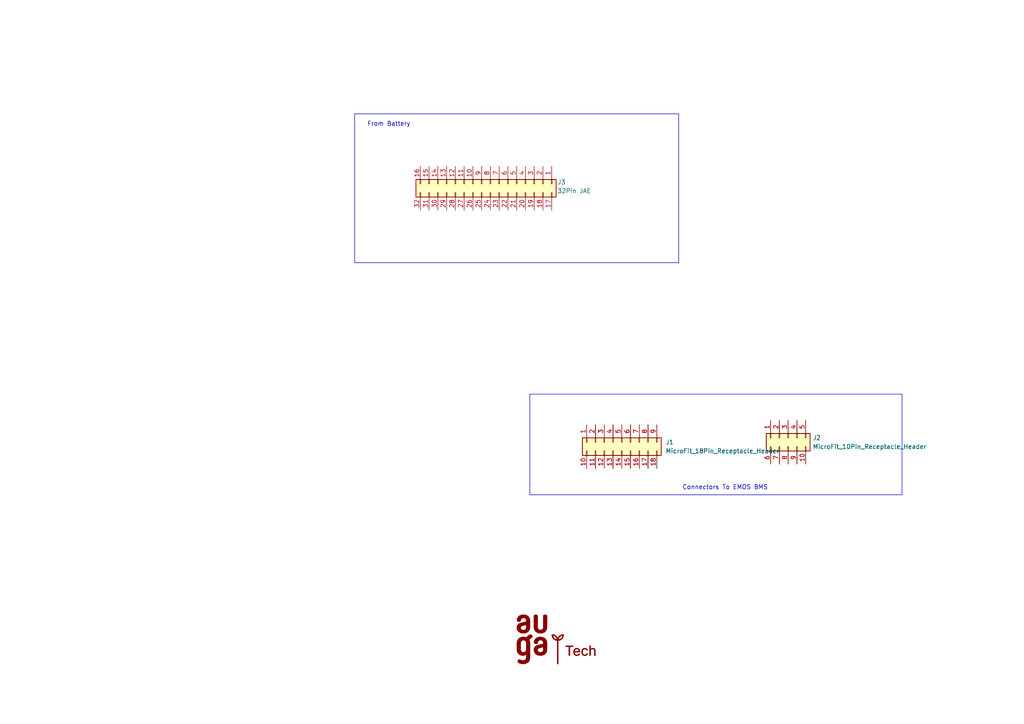
<source format=kicad_sch>
(kicad_sch (version 20231120) (generator "eeschema") (generator_version "8.0")
  (paper "A4")
  (lib_symbols
    (symbol "Connector_Generic:Conn_02x05_Top_Bottom" (pin_names (offset 1.016) hide)
      (property "Reference" "J" (at 1.27 7.62 0))
      (property "Value" "Conn_02x05_Top_Bottom" (at 1.27 -7.62 0))
      (symbol "Conn_02x05_Top_Bottom_1_1"
        (rectangle (start -1.27 -4.953) (end 0 -5.207) (stroke (width 0.1524)))
        (rectangle (start -1.27 -2.413) (end 0 -2.667) (stroke (width 0.1524)))
        (rectangle (start -1.27 0.127) (end 0 -0.127) (stroke (width 0.1524)))
        (rectangle (start -1.27 2.667) (end 0 2.413) (stroke (width 0.1524)))
        (rectangle (start -1.27 5.207) (end 0 4.953) (stroke (width 0.1524)))
        (rectangle (start -1.27 6.35) (end 3.81 -6.35) (stroke (width 0.254)) (fill (type background)))
        (rectangle (start 3.81 -4.953) (end 2.54 -5.207) (stroke (width 0.1524)))
        (rectangle (start 3.81 -2.413) (end 2.54 -2.667) (stroke (width 0.1524)))
        (rectangle (start 3.81 0.127) (end 2.54 -0.127) (stroke (width 0.1524)))
        (rectangle (start 3.81 2.667) (end 2.54 2.413) (stroke (width 0.1524)))
        (rectangle (start 3.81 5.207) (end 2.54 4.953) (stroke (width 0.1524)))
        (pin passive line (at -5.08 5.08 0) (length 3.81) (name "Pin_1") (number "1"))
        (pin passive line (at 7.62 -5.08 180) (length 3.81) (name "Pin_10") (number "10"))
        (pin passive line (at -5.08 2.54 0) (length 3.81) (name "Pin_2") (number "2"))
        (pin passive line (at -5.08 0 0) (length 3.81) (name "Pin_3") (number "3"))
        (pin passive line (at -5.08 -2.54 0) (length 3.81) (name "Pin_4") (number "4"))
        (pin passive line (at -5.08 -5.08 0) (length 3.81) (name "Pin_5") (number "5"))
        (pin passive line (at 7.62 5.08 180) (length 3.81) (name "Pin_6") (number "6"))
        (pin passive line (at 7.62 2.54 180) (length 3.81) (name "Pin_7") (number "7"))
        (pin passive line (at 7.62 0 180) (length 3.81) (name "Pin_8") (number "8"))
        (pin passive line (at 7.62 -2.54 180) (length 3.81) (name "Pin_9") (number "9"))
      )
    )
    (symbol "Connector_Generic:Conn_02x09_Top_Bottom" (pin_names (offset 1.016) hide)
      (property "Reference" "J" (at 1.27 12.7 0))
      (property "Value" "Conn_02x09_Top_Bottom" (at 1.27 -12.7 0))
      (symbol "Conn_02x09_Top_Bottom_1_1"
        (rectangle (start -1.27 -10.033) (end 0 -10.287) (stroke (width 0.1524)))
        (rectangle (start -1.27 -7.493) (end 0 -7.747) (stroke (width 0.1524)))
        (rectangle (start -1.27 -4.953) (end 0 -5.207) (stroke (width 0.1524)))
        (rectangle (start -1.27 -2.413) (end 0 -2.667) (stroke (width 0.1524)))
        (rectangle (start -1.27 0.127) (end 0 -0.127) (stroke (width 0.1524)))
        (rectangle (start -1.27 2.667) (end 0 2.413) (stroke (width 0.1524)))
        (rectangle (start -1.27 5.207) (end 0 4.953) (stroke (width 0.1524)))
        (rectangle (start -1.27 7.747) (end 0 7.493) (stroke (width 0.1524)))
        (rectangle (start -1.27 10.287) (end 0 10.033) (stroke (width 0.1524)))
        (rectangle (start -1.27 11.43) (end 3.81 -11.43) (stroke (width 0.254)) (fill (type background)))
        (rectangle (start 3.81 -10.033) (end 2.54 -10.287) (stroke (width 0.1524)))
        (rectangle (start 3.81 -7.493) (end 2.54 -7.747) (stroke (width 0.1524)))
        (rectangle (start 3.81 -4.953) (end 2.54 -5.207) (stroke (width 0.1524)))
        (rectangle (start 3.81 -2.413) (end 2.54 -2.667) (stroke (width 0.1524)))
        (rectangle (start 3.81 0.127) (end 2.54 -0.127) (stroke (width 0.1524)))
        (rectangle (start 3.81 2.667) (end 2.54 2.413) (stroke (width 0.1524)))
        (rectangle (start 3.81 5.207) (end 2.54 4.953) (stroke (width 0.1524)))
        (rectangle (start 3.81 7.747) (end 2.54 7.493) (stroke (width 0.1524)))
        (rectangle (start 3.81 10.287) (end 2.54 10.033) (stroke (width 0.1524)))
        (pin passive line (at -5.08 10.16 0) (length 3.81) (name "Pin_1") (number "1"))
        (pin passive line (at 7.62 10.16 180) (length 3.81) (name "Pin_10") (number "10"))
        (pin passive line (at 7.62 7.62 180) (length 3.81) (name "Pin_11") (number "11"))
        (pin passive line (at 7.62 5.08 180) (length 3.81) (name "Pin_12") (number "12"))
        (pin passive line (at 7.62 2.54 180) (length 3.81) (name "Pin_13") (number "13"))
        (pin passive line (at 7.62 0 180) (length 3.81) (name "Pin_14") (number "14"))
        (pin passive line (at 7.62 -2.54 180) (length 3.81) (name "Pin_15") (number "15"))
        (pin passive line (at 7.62 -5.08 180) (length 3.81) (name "Pin_16") (number "16"))
        (pin passive line (at 7.62 -7.62 180) (length 3.81) (name "Pin_17") (number "17"))
        (pin passive line (at 7.62 -10.16 180) (length 3.81) (name "Pin_18") (number "18"))
        (pin passive line (at -5.08 7.62 0) (length 3.81) (name "Pin_2") (number "2"))
        (pin passive line (at -5.08 5.08 0) (length 3.81) (name "Pin_3") (number "3"))
        (pin passive line (at -5.08 2.54 0) (length 3.81) (name "Pin_4") (number "4"))
        (pin passive line (at -5.08 0 0) (length 3.81) (name "Pin_5") (number "5"))
        (pin passive line (at -5.08 -2.54 0) (length 3.81) (name "Pin_6") (number "6"))
        (pin passive line (at -5.08 -5.08 0) (length 3.81) (name "Pin_7") (number "7"))
        (pin passive line (at -5.08 -7.62 0) (length 3.81) (name "Pin_8") (number "8"))
        (pin passive line (at -5.08 -10.16 0) (length 3.81) (name "Pin_9") (number "9"))
      )
    )
    (symbol "Connector_Generic:Conn_02x16_Top_Bottom" (pin_names (offset 1.016) hide)
      (property "Reference" "J" (at 1.27 20.32 0))
      (property "Value" "Conn_02x16_Top_Bottom" (at 1.27 -22.86 0))
      (symbol "Conn_02x16_Top_Bottom_1_1"
        (rectangle (start -1.27 -20.193) (end 0 -20.447) (stroke (width 0.1524)))
        (rectangle (start -1.27 -17.653) (end 0 -17.907) (stroke (width 0.1524)))
        (rectangle (start -1.27 -15.113) (end 0 -15.367) (stroke (width 0.1524)))
        (rectangle (start -1.27 -12.573) (end 0 -12.827) (stroke (width 0.1524)))
        (rectangle (start -1.27 -10.033) (end 0 -10.287) (stroke (width 0.1524)))
        (rectangle (start -1.27 -7.493) (end 0 -7.747) (stroke (width 0.1524)))
        (rectangle (start -1.27 -4.953) (end 0 -5.207) (stroke (width 0.1524)))
        (rectangle (start -1.27 -2.413) (end 0 -2.667) (stroke (width 0.1524)))
        (rectangle (start -1.27 0.127) (end 0 -0.127) (stroke (width 0.1524)))
        (rectangle (start -1.27 2.667) (end 0 2.413) (stroke (width 0.1524)))
        (rectangle (start -1.27 5.207) (end 0 4.953) (stroke (width 0.1524)))
        (rectangle (start -1.27 7.747) (end 0 7.493) (stroke (width 0.1524)))
        (rectangle (start -1.27 10.287) (end 0 10.033) (stroke (width 0.1524)))
        (rectangle (start -1.27 12.827) (end 0 12.573) (stroke (width 0.1524)))
        (rectangle (start -1.27 15.367) (end 0 15.113) (stroke (width 0.1524)))
        (rectangle (start -1.27 17.907) (end 0 17.653) (stroke (width 0.1524)))
        (rectangle (start -1.27 19.05) (end 3.81 -21.59) (stroke (width 0.254)) (fill (type background)))
        (rectangle (start 3.81 -20.193) (end 2.54 -20.447) (stroke (width 0.1524)))
        (rectangle (start 3.81 -17.653) (end 2.54 -17.907) (stroke (width 0.1524)))
        (rectangle (start 3.81 -15.113) (end 2.54 -15.367) (stroke (width 0.1524)))
        (rectangle (start 3.81 -12.573) (end 2.54 -12.827) (stroke (width 0.1524)))
        (rectangle (start 3.81 -10.033) (end 2.54 -10.287) (stroke (width 0.1524)))
        (rectangle (start 3.81 -7.493) (end 2.54 -7.747) (stroke (width 0.1524)))
        (rectangle (start 3.81 -4.953) (end 2.54 -5.207) (stroke (width 0.1524)))
        (rectangle (start 3.81 -2.413) (end 2.54 -2.667) (stroke (width 0.1524)))
        (rectangle (start 3.81 0.127) (end 2.54 -0.127) (stroke (width 0.1524)))
        (rectangle (start 3.81 2.667) (end 2.54 2.413) (stroke (width 0.1524)))
        (rectangle (start 3.81 5.207) (end 2.54 4.953) (stroke (width 0.1524)))
        (rectangle (start 3.81 7.747) (end 2.54 7.493) (stroke (width 0.1524)))
        (rectangle (start 3.81 10.287) (end 2.54 10.033) (stroke (width 0.1524)))
        (rectangle (start 3.81 12.827) (end 2.54 12.573) (stroke (width 0.1524)))
        (rectangle (start 3.81 15.367) (end 2.54 15.113) (stroke (width 0.1524)))
        (rectangle (start 3.81 17.907) (end 2.54 17.653) (stroke (width 0.1524)))
        (pin passive line (at -5.08 17.78 0) (length 3.81) (name "Pin_1") (number "1"))
        (pin passive line (at -5.08 -5.08 0) (length 3.81) (name "Pin_10") (number "10"))
        (pin passive line (at -5.08 -7.62 0) (length 3.81) (name "Pin_11") (number "11"))
        (pin passive line (at -5.08 -10.16 0) (length 3.81) (name "Pin_12") (number "12"))
        (pin passive line (at -5.08 -12.7 0) (length 3.81) (name "Pin_13") (number "13"))
        (pin passive line (at -5.08 -15.24 0) (length 3.81) (name "Pin_14") (number "14"))
        (pin passive line (at -5.08 -17.78 0) (length 3.81) (name "Pin_15") (number "15"))
        (pin passive line (at -5.08 -20.32 0) (length 3.81) (name "Pin_16") (number "16"))
        (pin passive line (at 7.62 17.78 180) (length 3.81) (name "Pin_17") (number "17"))
        (pin passive line (at 7.62 15.24 180) (length 3.81) (name "Pin_18") (number "18"))
        (pin passive line (at 7.62 12.7 180) (length 3.81) (name "Pin_19") (number "19"))
        (pin passive line (at -5.08 15.24 0) (length 3.81) (name "Pin_2") (number "2"))
        (pin passive line (at 7.62 10.16 180) (length 3.81) (name "Pin_20") (number "20"))
        (pin passive line (at 7.62 7.62 180) (length 3.81) (name "Pin_21") (number "21"))
        (pin passive line (at 7.62 5.08 180) (length 3.81) (name "Pin_22") (number "22"))
        (pin passive line (at 7.62 2.54 180) (length 3.81) (name "Pin_23") (number "23"))
        (pin passive line (at 7.62 0 180) (length 3.81) (name "Pin_24") (number "24"))
        (pin passive line (at 7.62 -2.54 180) (length 3.81) (name "Pin_25") (number "25"))
        (pin passive line (at 7.62 -5.08 180) (length 3.81) (name "Pin_26") (number "26"))
        (pin passive line (at 7.62 -7.62 180) (length 3.81) (name "Pin_27") (number "27"))
        (pin passive line (at 7.62 -10.16 180) (length 3.81) (name "Pin_28") (number "28"))
        (pin passive line (at 7.62 -12.7 180) (length 3.81) (name "Pin_29") (number "29"))
        (pin passive line (at -5.08 12.7 0) (length 3.81) (name "Pin_3") (number "3"))
        (pin passive line (at 7.62 -15.24 180) (length 3.81) (name "Pin_30") (number "30"))
        (pin passive line (at 7.62 -17.78 180) (length 3.81) (name "Pin_31") (number "31"))
        (pin passive line (at 7.62 -20.32 180) (length 3.81) (name "Pin_32") (number "32"))
        (pin passive line (at -5.08 10.16 0) (length 3.81) (name "Pin_4") (number "4"))
        (pin passive line (at -5.08 7.62 0) (length 3.81) (name "Pin_5") (number "5"))
        (pin passive line (at -5.08 5.08 0) (length 3.81) (name "Pin_6") (number "6"))
        (pin passive line (at -5.08 2.54 0) (length 3.81) (name "Pin_7") (number "7"))
        (pin passive line (at -5.08 0 0) (length 3.81) (name "Pin_8") (number "8"))
        (pin passive line (at -5.08 -2.54 0) (length 3.81) (name "Pin_9") (number "9"))
      )
    )
    (symbol "_user:AUGA-Tech-LOGO" (pin_names (offset 1.016))
      (symbol "AUGA-Tech-LOGO_0_0"
        (polyline (pts (xy 4.032 -3.45) (xy 4.0354 -2.1533) (xy 4.4923 -2.1498) (xy 4.9493 -2.1463) (xy 4.9493 -1.9931) (xy 4.9493 -1.84) (xy 3.8553 -1.84) (xy 2.7614 -1.84) (xy 2.7614 -1.9931) (xy 2.7614 -2.1463) (xy 3.2183 -2.1498) (xy 3.6753 -2.1533) (xy 3.6787 -3.45) (xy 3.6821 -4.7466) (xy 3.8553 -4.7466) (xy 4.0286 -4.7466) (xy 4.032 -3.45)) (stroke (width 0.01)) (fill (type outline)))
        (polyline (pts (xy 11.4193 -3.9663) (xy 11.4193 -3.959) (xy 11.4192 -3.7914) (xy 11.4189 -3.6481) (xy 11.4184 -3.527) (xy 11.4175 -3.4258) (xy 11.4162 -3.3424) (xy 11.4146 -3.2744) (xy 11.4124 -3.2197) (xy 11.4097 -3.176) (xy 11.4064 -3.1412) (xy 11.4025 -3.113) (xy 11.3979 -3.0892) (xy 11.371 -2.9943) (xy 11.3151 -2.8707) (xy 11.2402 -2.7649) (xy 11.1472 -2.6779) (xy 11.0371 -2.6107) (xy 10.9109 -2.5644) (xy 10.8442 -2.5507) (xy 10.7338 -2.5406) (xy 10.6174 -2.5426) (xy 10.5028 -2.556) (xy 10.3976 -2.5802) (xy 10.3097 -2.6145) (xy 10.3083 -2.6152) (xy 10.2473 -2.6552) (xy 10.1832 -2.7111) (xy 10.1242 -2.7748) (xy 10.0786 -2.8386) (xy 10.0601 -2.8682) (xy 10.0402 -2.8956) (xy 10.0286 -2.9064) (xy 10.0278 -2.9048) (xy 10.0257 -2.8833) (xy 10.0237 -2.839) (xy 10.022 -2.7747) (xy 10.0206 -2.6931) (xy 10.0195 -2.5971) (xy 10.0188 -2.4896) (xy 10.0186 -2.3733) (xy 10.0186 -1.84) (xy 9.8518 -1.84) (xy 9.6851 -1.84) (xy 9.6851 -3.2937) (xy 9.6851 -4.7474) (xy 9.8485 -4.7437) (xy 10.0119 -4.74) (xy 10.019 -4) (xy 10.0198 -3.9184) (xy 10.0219 -3.7451) (xy 10.0244 -3.5955) (xy 10.0271 -3.47) (xy 10.0301 -3.3692) (xy 10.0333 -3.2935) (xy 10.0368 -3.2434) (xy 10.0405 -3.2196) (xy 10.0518 -3.1904) (xy 10.1101 -3.0803) (xy 10.1858 -2.9899) (xy 10.2774 -2.9202) (xy 10.3836 -2.872) (xy 10.503 -2.8462) (xy 10.6342 -2.8436) (xy 10.7328 -2.8588) (xy 10.8363 -2.8969) (xy 10.9246 -2.9557) (xy 10.9959 -3.034) (xy 11.0484 -3.1306) (xy 11.0487 -3.1314) (xy 11.0552 -3.1479) (xy 11.0607 -3.1642) (xy 11.0653 -3.1826) (xy 11.0692 -3.2053) (xy 11.0724 -3.2346) (xy 11.075 -3.2727) (xy 11.0772 -3.3218) (xy 11.0789 -3.3842) (xy 11.0805 -3.4621) (xy 11.0818 -3.5577) (xy 11.0831 -3.6733) (xy 11.0844 -3.8111) (xy 11.0858 -3.9733) (xy 11.0925 -4.74) (xy 11.2559 -4.7437) (xy 11.4193 -4.7474) (xy 11.4193 -3.9663)) (stroke (width 0.01)) (fill (type outline)))
        (polyline (pts (xy 8.371 -4.7816) (xy 8.4327 -4.7796) (xy 8.4978 -4.7754) (xy 8.5502 -4.7684) (xy 8.5979 -4.7576) (xy 8.6489 -4.7417) (xy 8.6603 -4.7377) (xy 8.7906 -4.6788) (xy 8.9069 -4.6012) (xy 9.0068 -4.5075) (xy 9.0878 -4.4003) (xy 9.1476 -4.2823) (xy 9.1837 -4.1562) (xy 9.1928 -4.1058) (xy 9.0239 -4.1095) (xy 8.855 -4.1133) (xy 8.8286 -4.1839) (xy 8.8215 -4.201) (xy 8.7807 -4.2684) (xy 8.7235 -4.3345) (xy 8.6571 -4.3918) (xy 8.5886 -4.433) (xy 8.5768 -4.4382) (xy 8.4609 -4.474) (xy 8.3398 -4.4861) (xy 8.2185 -4.475) (xy 8.102 -4.4411) (xy 7.9956 -4.3847) (xy 7.9709 -4.3667) (xy 7.8895 -4.2887) (xy 7.818 -4.19) (xy 7.7589 -4.0746) (xy 7.7148 -3.9466) (xy 7.7036 -3.889) (xy 7.695 -3.8069) (xy 7.6906 -3.7131) (xy 7.6903 -3.6153) (xy 7.6941 -3.5209) (xy 7.7021 -3.4377) (xy 7.7142 -3.3733) (xy 7.7525 -3.2597) (xy 7.8146 -3.1376) (xy 7.8924 -3.0343) (xy 7.9845 -2.9513) (xy 8.0895 -2.8899) (xy 8.2061 -2.8516) (xy 8.23 -2.8473) (xy 8.3167 -2.8408) (xy 8.409 -2.8454) (xy 8.4967 -2.8602) (xy 8.5695 -2.8841) (xy 8.5973 -2.8981) (xy 8.6857 -2.9595) (xy 8.7623 -3.0386) (xy 8.8199 -3.1285) (xy 8.8616 -3.2133) (xy 9.0276 -3.2133) (xy 9.1936 -3.2133) (xy 9.1844 -3.17) (xy 9.1797 -3.1503) (xy 9.1665 -3.1043) (xy 9.1506 -3.0555) (xy 9.1277 -2.9977) (xy 9.0612 -2.8819) (xy 8.9732 -2.7799) (xy 8.8654 -2.6931) (xy 8.7395 -2.6233) (xy 8.5972 -2.5717) (xy 8.5357 -2.5576) (xy 8.4186 -2.5433) (xy 8.2941 -2.5408) (xy 8.1727 -2.5503) (xy 8.0647 -2.5717) (xy 8.0423 -2.5782) (xy 7.8976 -2.6349) (xy 7.7692 -2.7123) (xy 7.6567 -2.8108) (xy 7.5594 -2.931) (xy 7.4769 -3.0733) (xy 7.4378 -3.1589) (xy 7.4056 -3.2463) (xy 7.3828 -3.3344) (xy 7.3681 -3.4295) (xy 7.3602 -3.5381) (xy 7.3579 -3.6666) (xy 7.3593 -3.7703) (xy 7.3658 -3.8819) (xy 7.3788 -3.9788) (xy 7.3995 -4.0672) (xy 7.429 -4.1538) (xy 7.4687 -4.245) (xy 7.5084 -4.321) (xy 7.5975 -4.4512) (xy 7.7033 -4.5622) (xy 7.8241 -4.6525) (xy 7.9583 -4.7208) (xy 8.1042 -4.7658) (xy 8.1753 -4.7768) (xy 8.2626 -4.782) (xy 8.371 -4.7816)) (stroke (width 0.01)) (fill (type outline)))
        (polyline (pts (xy 6.0974 -4.7801) (xy 6.1882 -4.7749) (xy 6.2684 -4.7663) (xy 6.33 -4.7545) (xy 6.4664 -4.7064) (xy 6.5917 -4.6391) (xy 6.7014 -4.5552) (xy 6.7924 -4.4573) (xy 6.8615 -4.3476) (xy 6.8694 -4.3313) (xy 6.8887 -4.2874) (xy 6.8998 -4.2547) (xy 6.9006 -4.2396) (xy 6.8913 -4.2352) (xy 6.8602 -4.2246) (xy 6.8134 -4.2105) (xy 6.7569 -4.1947) (xy 6.7172 -4.184) (xy 6.6642 -4.1696) (xy 6.6239 -4.1586) (xy 6.6028 -4.1527) (xy 6.5972 -4.1521) (xy 6.577 -4.166) (xy 6.5537 -4.2051) (xy 6.535 -4.2399) (xy 6.4687 -4.3273) (xy 6.3842 -4.3958) (xy 6.2823 -4.445) (xy 6.1639 -4.4743) (xy 6.0298 -4.4833) (xy 5.9063 -4.4741) (xy 5.7869 -4.4453) (xy 5.6799 -4.3961) (xy 5.6726 -4.3917) (xy 5.6074 -4.3417) (xy 5.5423 -4.2757) (xy 5.4847 -4.202) (xy 5.442 -4.1289) (xy 5.4337 -4.1103) (xy 5.4069 -4.037) (xy 5.3844 -3.9568) (xy 5.369 -3.88) (xy 5.363 -3.8166) (xy 5.3628 -3.7733) (xy 6.1516 -3.7733) (xy 6.9404 -3.7733) (xy 6.9334 -3.5566) (xy 6.9305 -3.4854) (xy 6.9217 -3.3724) (xy 6.9073 -3.2757) (xy 6.8859 -3.1885) (xy 6.856 -3.1042) (xy 6.8161 -3.0162) (xy 6.7773 -2.9462) (xy 6.691 -2.8314) (xy 6.5868 -2.7336) (xy 6.467 -2.6541) (xy 6.3344 -2.5943) (xy 6.1915 -2.5554) (xy 6.0409 -2.5387) (xy 5.8852 -2.5456) (xy 5.8552 -2.5496) (xy 5.7091 -2.5813) (xy 5.5786 -2.6323) (xy 5.4597 -2.7045) (xy 5.3482 -2.7999) (xy 5.3349 -2.8133) (xy 5.2341 -2.9335) (xy 5.1537 -3.0677) (xy 5.0927 -3.2181) (xy 5.0501 -3.3868) (xy 5.0413 -3.4455) (xy 5.0384 -3.48) (xy 5.3628 -3.48) (xy 5.3628 -3.4494) (xy 5.3645 -3.4306) (xy 5.3717 -3.3898) (xy 5.3827 -3.3427) (xy 5.4054 -3.2707) (xy 5.4616 -3.1539) (xy 5.536 -3.0515) (xy 5.6261 -2.9664) (xy 5.7294 -2.9012) (xy 5.8431 -2.8588) (xy 5.931 -2.8445) (xy 6.0372 -2.8429) (xy 6.1425 -2.8554) (xy 6.2358 -2.8814) (xy 6.2539 -2.8891) (xy 6.3323 -2.9355) (xy 6.4082 -2.9993) (xy 6.4743 -3.0735) (xy 6.5233 -3.1513) (xy 6.54 -3.1895) (xy 6.5635 -3.2569) (xy 6.5836 -3.3293) (xy 6.5977 -3.3968) (xy 6.6032 -3.45) (xy 6.6035 -3.48) (xy 5.9831 -3.48) (xy 5.3628 -3.48) (xy 5.0384 -3.48) (xy 5.033 -3.5458) (xy 5.0297 -3.6567) (xy 5.0316 -3.7691) (xy 5.0385 -3.8739) (xy 5.0504 -3.9618) (xy 5.0651 -4.0292) (xy 5.1165 -4.1894) (xy 5.1876 -4.3332) (xy 5.2774 -4.4594) (xy 5.3848 -4.567) (xy 5.5089 -4.655) (xy 5.6487 -4.7221) (xy 5.803 -4.7674) (xy 5.84 -4.7734) (xy 5.9153 -4.7796) (xy 6.0038 -4.7817) (xy 6.0974 -4.7801)) (stroke (width 0.01)) (fill (type outline)))
        (polyline (pts (xy 0.6403 -3.7945) (xy 0.6403 -0.4025) (xy 0.7104 -0.394) (xy 0.8331 -0.3768) (xy 0.969 -0.3503) (xy 1.0913 -0.3163) (xy 1.2073 -0.2727) (xy 1.3241 -0.2175) (xy 1.4749 -0.1293) (xy 1.6361 -0.0079) (xy 1.7781 0.1312) (xy 1.9003 0.2865) (xy 2.0019 0.457) (xy 2.0821 0.6413) (xy 2.1404 0.8382) (xy 2.1758 1.0465) (xy 2.1878 1.2649) (xy 2.1878 1.4037) (xy 1.9644 1.3958) (xy 1.9197 1.3941) (xy 1.8103 1.3874) (xy 1.7172 1.3773) (xy 1.6328 1.3624) (xy 1.5493 1.3414) (xy 1.4592 1.3133) (xy 1.3689 1.2795) (xy 1.1947 1.1938) (xy 1.031 1.0857) (xy 0.8805 0.9577) (xy 0.7457 0.8119) (xy 0.6292 0.6508) (xy 0.5336 0.4766) (xy 0.5209 0.4491) (xy 0.5 0.4017) (xy 0.4856 0.3659) (xy 0.4802 0.3481) (xy 0.4801 0.3432) (xy 0.4744 0.3316) (xy 0.4618 0.3425) (xy 0.4439 0.3739) (xy 0.4224 0.4236) (xy 0.3725 0.5344) (xy 0.2791 0.6919) (xy 0.1646 0.8403) (xy 0.032 0.9767) (xy -0.1156 1.0978) (xy -0.275 1.2007) (xy -0.4431 1.2821) (xy -0.5861 1.3327) (xy -0.7429 1.3706) (xy -0.9095 1.3925) (xy -1.0925 1.3998) (xy -1.2578 1.4) (xy -1.2503 1.1967) (xy -1.2449 1.0925) (xy -1.238 1.0239) (xy -0.8978 1.0239) (xy -0.8954 1.0428) (xy -0.8941 1.0436) (xy -0.8737 1.0446) (xy -0.8357 1.0404) (xy -0.787 1.0319) (xy -0.7236 1.017) (xy -0.562 0.9608) (xy -0.4095 0.882) (xy -0.2686 0.7829) (xy -0.1417 0.6659) (xy -0.0311 0.5333) (xy 0.0607 0.3877) (xy 0.1314 0.2314) (xy 0.1784 0.0668) (xy 0.1804 0.057) (xy 0.1882 0.0098) (xy 0.1914 -0.0238) (xy 0.7381 -0.0238) (xy 0.7432 0.0124) (xy 0.7542 0.0633) (xy 0.7697 0.123) (xy 0.788 0.1856) (xy 0.8078 0.2453) (xy 0.8274 0.2964) (xy 0.8851 0.4123) (xy 0.9802 0.5549) (xy 1.095 0.6856) (xy 1.2258 0.801) (xy 1.3689 0.8975) (xy 1.5208 0.9715) (xy 1.5405 0.979) (xy 1.5963 0.9977) (xy 1.6571 1.0153) (xy 1.7167 1.0305) (xy 1.7692 1.0417) (xy 1.8084 1.0474) (xy 1.8284 1.0462) (xy 1.8295 1.0453) (xy 1.8333 1.0252) (xy 1.8287 0.9858) (xy 1.8173 0.932) (xy 1.8001 0.8687) (xy 1.7786 0.801) (xy 1.7541 0.7337) (xy 1.728 0.6718) (xy 1.7168 0.6482) (xy 1.6297 0.4987) (xy 1.5219 0.3618) (xy 1.3967 0.2403) (xy 1.257 0.1368) (xy 1.1061 0.054) (xy 0.9472 -0.0052) (xy 0.9174 -0.0135) (xy 0.8501 -0.03) (xy 0.7951 -0.0401) (xy 0.7568 -0.0432) (xy 0.7395 -0.0386) (xy 0.7381 -0.0238) (xy 0.1914 -0.0238) (xy 0.1915 -0.0253) (xy 0.1895 -0.0415) (xy 0.1887 -0.0421) (xy 0.1677 -0.0438) (xy 0.1278 -0.0384) (xy 0.075 -0.0275) (xy 0.0152 -0.0122) (xy -0.0457 0.006) (xy -0.1018 0.0257) (xy -0.237 0.087) (xy -0.392 0.1827) (xy -0.5299 0.2982) (xy -0.6493 0.4324) (xy -0.7492 0.5839) (xy -0.8281 0.7517) (xy -0.8301 0.7567) (xy -0.8497 0.8135) (xy -0.8677 0.8746) (xy -0.8826 0.9339) (xy -0.8931 0.9856) (xy -0.8978 1.0239) (xy -1.238 1.0239) (xy -1.2307 0.9506) (xy -1.2078 0.8234) (xy -1.1745 0.704) (xy -1.1291 0.5856) (xy -1.0699 0.4612) (xy -1.0557 0.4342) (xy -0.9492 0.2641) (xy -0.822 0.1094) (xy -0.6762 -0.028) (xy -0.514 -0.1465) (xy -0.3375 -0.2441) (xy -0.1488 -0.3191) (xy -0.0702 -0.3424) (xy 0.014 -0.3619) (xy 0.1093 -0.3786) (xy 0.2234 -0.394) (xy 0.2935 -0.4025) (xy 0.2935 -3.7945) (xy 0.2935 -7.1866) (xy 0.4669 -7.1866) (xy 0.6403 -7.1866) (xy 0.6403 -3.7945)) (stroke (width 0.01)) (fill (type outline)))
        (polyline (pts (xy -4.3892 1.7118) (xy -4.2761 1.7206) (xy -4.0921 1.7489) (xy -3.87 1.8042) (xy -3.6628 1.8803) (xy -3.4713 1.9764) (xy -3.2966 2.0918) (xy -3.1393 2.2258) (xy -3.0004 2.3775) (xy -2.8808 2.5462) (xy -2.7813 2.7312) (xy -2.7028 2.9317) (xy -2.6461 3.147) (xy -2.6456 3.1497) (xy -2.6423 3.1679) (xy -2.6393 3.1888) (xy -2.6367 3.2139) (xy -2.6343 3.2446) (xy -2.6322 3.2822) (xy -2.6303 3.3283) (xy -2.6286 3.3841) (xy -2.6271 3.4511) (xy -2.6258 3.5308) (xy -2.6247 3.6244) (xy -2.6236 3.7335) (xy -2.6227 3.8594) (xy -2.6219 4.0035) (xy -2.6211 4.1672) (xy -2.6204 4.352) (xy -2.6198 4.5593) (xy -2.6191 4.7904) (xy -2.6184 5.0467) (xy -2.6184 5.0587) (xy -2.6177 5.3174) (xy -2.617 5.5508) (xy -2.6164 5.7603) (xy -2.6161 5.9473) (xy -2.6159 6.1131) (xy -2.6161 6.259) (xy -2.6166 6.3865) (xy -2.6176 6.4968) (xy -2.619 6.5913) (xy -2.6211 6.6714) (xy -2.6237 6.7383) (xy -2.6271 6.7936) (xy -2.6313 6.8384) (xy -2.6362 6.8743) (xy -2.6421 6.9024) (xy -2.649 6.9243) (xy -2.6569 6.9411) (xy -2.6659 6.9543) (xy -2.676 6.9653) (xy -2.6874 6.9753) (xy -2.7001 6.9858) (xy -2.7141 6.9981) (xy -2.7544 7.0319) (xy -2.8385 7.084) (xy -2.9345 7.1197) (xy -3.0461 7.1402) (xy -3.1772 7.1467) (xy -3.2295 7.1455) (xy -3.3598 7.1304) (xy -3.4746 7.0988) (xy -3.5719 7.0516) (xy -3.6499 6.9896) (xy -3.7065 6.9137) (xy -3.7066 6.9136) (xy -3.7098 6.9061) (xy -3.7126 6.895) (xy -3.7153 6.879) (xy -3.7176 6.8566) (xy -3.7197 6.8265) (xy -3.7216 6.7874) (xy -3.7233 6.7379) (xy -3.7249 6.6767) (xy -3.7262 6.6024) (xy -3.7275 6.5136) (xy -3.7287 6.409) (xy -3.7297 6.2872) (xy -3.7307 6.1469) (xy -3.7317 5.9868) (xy -3.7326 5.8053) (xy -3.7336 5.6013) (xy -3.7346 5.3733) (xy -3.7356 5.12) (xy -3.7365 4.8933) (xy -3.7373 4.6592) (xy -3.7381 4.4491) (xy -3.7389 4.2615) (xy -3.7399 4.0949) (xy -3.7409 3.9481) (xy -3.7422 3.8194) (xy -3.7439 3.7074) (xy -3.7459 3.6108) (xy -3.7484 3.5281) (xy -3.7515 3.4579) (xy -3.7552 3.3986) (xy -3.7596 3.3489) (xy -3.7648 3.3074) (xy -3.7708 3.2725) (xy -3.7778 3.2429) (xy -3.7858 3.2171) (xy -3.7949 3.1937) (xy -3.8052 3.1712) (xy -3.8167 3.1482) (xy -3.8295 3.1233) (xy -3.8437 3.0949) (xy -3.8804 3.0287) (xy -3.9626 2.921) (xy -4.0621 2.8317) (xy -4.1764 2.762) (xy -4.303 2.7135) (xy -4.4393 2.6876) (xy -4.5828 2.6855) (xy -4.594 2.6863) (xy -4.7375 2.7088) (xy -4.8655 2.7522) (xy -4.9799 2.8174) (xy -5.0827 2.9052) (xy -5.1024 2.9259) (xy -5.1787 3.022) (xy -5.2382 3.1288) (xy -5.2849 3.2535) (xy -5.3156 3.3534) (xy -5.3225 5.1067) (xy -5.3235 5.337) (xy -5.3244 5.5662) (xy -5.3253 5.7713) (xy -5.3262 5.9538) (xy -5.3271 6.115) (xy -5.3281 6.2564) (xy -5.3291 6.3792) (xy -5.3301 6.4848) (xy -5.3313 6.5747) (xy -5.3326 6.6502) (xy -5.3341 6.7127) (xy -5.3357 6.7635) (xy -5.3376 6.8042) (xy -5.3396 6.8359) (xy -5.3419 6.8601) (xy -5.3445 6.8783) (xy -5.3474 6.8917) (xy -5.3506 6.9017) (xy -5.3542 6.9097) (xy -5.3982 6.9748) (xy -5.4692 7.0378) (xy -5.5607 7.0891) (xy -5.6705 7.127) (xy -5.6755 7.1283) (xy -5.748 7.1402) (xy -5.835 7.1457) (xy -5.9283 7.1449) (xy -6.0197 7.1382) (xy -6.1012 7.126) (xy -6.1647 7.1085) (xy -6.1749 7.1045) (xy -6.2748 7.0552) (xy -6.3507 6.9968) (xy -6.4042 6.9283) (xy -6.4436 6.86) (xy -6.4396 5.0467) (xy -6.4396 5.0326) (xy -6.439 4.7777) (xy -6.4385 4.5479) (xy -6.438 4.342) (xy -6.4374 4.1584) (xy -6.4369 3.9957) (xy -6.4362 3.8526) (xy -6.4355 3.7276) (xy -6.4346 3.6194) (xy -6.4336 3.5265) (xy -6.4325 3.4474) (xy -6.4312 3.3809) (xy -6.4296 3.3255) (xy -6.4279 3.2798) (xy -6.4259 3.2423) (xy -6.4236 3.2117) (xy -6.421 3.1865) (xy -6.418 3.1654) (xy -6.4148 3.1469) (xy -6.4111 3.1297) (xy -6.4071 3.1123) (xy -6.3929 3.0547) (xy -6.3583 2.9334) (xy -6.3183 2.8219) (xy -6.2689 2.7082) (xy -6.2177 2.608) (xy -6.1077 2.4372) (xy -5.9771 2.2816) (xy -5.8274 2.1425) (xy -5.66 2.0207) (xy -5.4764 1.9172) (xy -5.2779 1.8331) (xy -5.0662 1.7693) (xy -4.8426 1.7269) (xy -4.772 1.719) (xy -4.6484 1.7111) (xy -4.5171 1.7087) (xy -4.3892 1.7118)) (stroke (width 0.01)) (fill (type outline)))
        (polyline (pts (xy -4.494 -4.7389) (xy -4.3573 -4.7327) (xy -4.2266 -4.7216) (xy -4.1113 -4.7059) (xy -4.002 -4.6833) (xy -3.8809 -4.6512) (xy -3.7597 -4.6128) (xy -3.6474 -4.5711) (xy -3.5528 -4.5288) (xy -3.4903 -4.4959) (xy -3.3111 -4.3834) (xy -3.1521 -4.2538) (xy -3.0131 -4.1069) (xy -2.894 -3.9423) (xy -2.7944 -3.7599) (xy -2.7142 -3.5592) (xy -2.6531 -3.34) (xy -2.649 -3.3217) (xy -2.6442 -3.2986) (xy -2.64 -3.275) (xy -2.6364 -3.2491) (xy -2.6332 -3.2189) (xy -2.6306 -3.1827) (xy -2.6283 -3.1385) (xy -2.6265 -3.0844) (xy -2.6249 -3.0187) (xy -2.6236 -2.9394) (xy -2.6225 -2.8446) (xy -2.6215 -2.7326) (xy -2.6207 -2.6013) (xy -2.6199 -2.449) (xy -2.6191 -2.2738) (xy -2.6182 -2.0738) (xy -2.6179 -1.9955) (xy -2.6171 -1.7911) (xy -2.6166 -1.6107) (xy -2.6165 -1.4524) (xy -2.6168 -1.3144) (xy -2.6177 -1.1947) (xy -2.6193 -1.0913) (xy -2.6215 -1.0025) (xy -2.6246 -0.9261) (xy -2.6286 -0.8604) (xy -2.6336 -0.8034) (xy -2.6396 -0.7532) (xy -2.6468 -0.7078) (xy -2.6553 -0.6654) (xy -2.6652 -0.6239) (xy -2.6765 -0.5816) (xy -2.6893 -0.5364) (xy -2.7137 -0.4603) (xy -2.781 -0.2982) (xy -2.8667 -0.138) (xy -2.9666 0.0125) (xy -3.0762 0.1457) (xy -3.0981 0.1686) (xy -3.2067 0.2663) (xy -3.3346 0.3603) (xy -3.4761 0.4471) (xy -3.6251 0.5229) (xy -3.7757 0.5839) (xy -3.8305 0.6021) (xy -4.0162 0.6496) (xy -4.2163 0.6819) (xy -4.4247 0.6988) (xy -4.6353 0.6999) (xy -4.8423 0.6848) (xy -5.0396 0.6533) (xy -5.1915 0.6157) (xy -5.3979 0.5444) (xy -5.5899 0.4533) (xy -5.7661 0.3437) (xy -5.925 0.2165) (xy -6.0652 0.073) (xy -6.1851 -0.0859) (xy -6.2833 -0.2591) (xy -6.3345 -0.3779) (xy -6.3785 -0.5109) (xy -6.4088 -0.6423) (xy -6.4251 -0.768) (xy -6.4268 -0.8842) (xy -6.4134 -0.9869) (xy -6.3845 -1.0722) (xy -6.3718 -1.0961) (xy -6.311 -1.1766) (xy -6.2293 -1.2418) (xy -6.1262 -1.2923) (xy -6.0009 -1.3284) (xy -5.9106 -1.3414) (xy -5.7951 -1.3414) (xy -5.6821 -1.3245) (xy -5.5762 -1.2922) (xy -5.4817 -1.2459) (xy -5.4031 -1.1869) (xy -5.345 -1.1169) (xy -5.3273 -1.0851) (xy -5.3124 -1.0458) (xy -5.3021 -0.9971) (xy -5.2941 -0.9304) (xy -5.2858 -0.8634) (xy -5.2608 -0.7476) (xy -5.2225 -0.6486) (xy -5.1694 -0.5614) (xy -5.1192 -0.5017) (xy -5.0233 -0.4192) (xy -4.9118 -0.3538) (xy -4.7883 -0.3063) (xy -4.6563 -0.2773) (xy -4.5192 -0.2674) (xy -4.3807 -0.2774) (xy -4.2443 -0.3079) (xy -4.1135 -0.3596) (xy -4.0778 -0.3785) (xy -3.9761 -0.4501) (xy -3.8935 -0.5389) (xy -3.8297 -0.6455) (xy -3.7845 -0.7704) (xy -3.7576 -0.9142) (xy -3.7486 -1.0774) (xy -3.7491 -1.1384) (xy -3.7514 -1.1862) (xy -3.7564 -1.2193) (xy -3.7651 -1.2442) (xy -3.7787 -1.2671) (xy -3.7913 -1.2826) (xy -3.8291 -1.3159) (xy -3.8728 -1.3434) (xy -3.9012 -1.3541) (xy -3.9551 -1.3701) (xy -4.0324 -1.3908) (xy -4.1315 -1.4159) (xy -4.2512 -1.4448) (xy -4.39 -1.4774) (xy -4.5465 -1.5132) (xy -4.6276 -1.5315) (xy -4.7816 -1.5664) (xy -4.913 -1.5964) (xy -5.0241 -1.622) (xy -5.1173 -1.6438) (xy -5.1949 -1.6624) (xy -5.2592 -1.6784) (xy -5.3126 -1.6924) (xy -5.3573 -1.705) (xy -5.3958 -1.7168) (xy -5.4303 -1.7282) (xy -5.4632 -1.7401) (xy -5.4968 -1.7528) (xy -5.5306 -1.7662) (xy -5.7239 -1.8554) (xy -5.8943 -1.9579) (xy -6.0417 -2.0735) (xy -6.1659 -2.2022) (xy -6.2669 -2.3438) (xy -6.3447 -2.4983) (xy -6.3487 -2.5083) (xy -6.3812 -2.5978) (xy -6.4053 -2.6865) (xy -6.4222 -2.7812) (xy -6.4333 -2.8888) (xy -6.4396 -3.016) (xy -6.4394 -3.1136) (xy -5.3097 -3.1136) (xy -5.2962 -2.9982) (xy -5.2598 -2.8903) (xy -5.2366 -2.8463) (xy -5.1699 -2.7571) (xy -5.0817 -2.6796) (xy -4.9708 -2.613) (xy -4.8359 -2.5561) (xy -4.8208 -2.5512) (xy -4.7733 -2.5373) (xy -4.7057 -2.5191) (xy -4.622 -2.4974) (xy -4.5263 -2.4734) (xy -4.4226 -2.448) (xy -4.3147 -2.4223) (xy -4.2565 -2.4085) (xy -4.1525 -2.3834) (xy -4.0557 -2.3595) (xy -3.97 -2.3378) (xy -3.8992 -2.3192) (xy -3.8468 -2.3046) (xy -3.8167 -2.295) (xy -3.7465 -2.2684) (xy -3.7519 -2.7308) (xy -3.7526 -2.7971) (xy -3.7543 -2.9123) (xy -3.7562 -3.0053) (xy -3.7584 -3.0792) (xy -3.7612 -3.1369) (xy -3.7646 -3.1815) (xy -3.769 -3.216) (xy -3.7743 -3.2433) (xy -3.7809 -3.2666) (xy -3.7953 -3.308) (xy -3.8556 -3.4339) (xy -3.9341 -3.5403) (xy -4.0304 -3.627) (xy -4.1443 -3.6937) (xy -4.2756 -3.7401) (xy -4.2882 -3.7432) (xy -4.3587 -3.7551) (xy -4.4425 -3.7634) (xy -4.53 -3.7675) (xy -4.6111 -3.7668) (xy -4.6761 -3.761) (xy -4.8008 -3.7334) (xy -4.9331 -3.6845) (xy -5.0486 -3.619) (xy -5.1452 -3.5381) (xy -5.2206 -3.4433) (xy -5.2699 -3.3443) (xy -5.3008 -3.2308) (xy -5.3097 -3.1136) (xy -6.4394 -3.1136) (xy -6.4392 -3.1946) (xy -6.4247 -3.3572) (xy -6.3952 -3.5074) (xy -6.3495 -3.6509) (xy -6.2864 -3.7933) (xy -6.2129 -3.9239) (xy -6.095 -4.0872) (xy -5.9571 -4.2343) (xy -5.8005 -4.3644) (xy -5.6264 -4.4767) (xy -5.4362 -4.5704) (xy -5.2311 -4.6448) (xy -5.0122 -4.699) (xy -4.781 -4.7323) (xy -4.7467 -4.7351) (xy -4.627 -4.7398) (xy -4.494 -4.7389)) (stroke (width 0.01)) (fill (type outline)))
        (polyline (pts (xy -9.1587 1.728) (xy -8.9354 1.7666) (xy -8.7235 1.8245) (xy -8.5272 1.901) (xy -8.5052 1.9114) (xy -8.3841 1.9775) (xy -8.2604 2.0584) (xy -8.1436 2.1476) (xy -8.0431 2.2385) (xy -7.9285 2.3661) (xy -7.8161 2.5251) (xy -7.7225 2.6999) (xy -7.6469 2.8922) (xy -7.5882 3.1041) (xy -7.5841 3.122) (xy -7.5795 3.1445) (xy -7.5754 3.1678) (xy -7.5719 3.1937) (xy -7.5688 3.2241) (xy -7.5662 3.2608) (xy -7.564 3.3056) (xy -7.5622 3.3605) (xy -7.5607 3.4272) (xy -7.5594 3.5076) (xy -7.5583 3.6035) (xy -7.5573 3.7169) (xy -7.5565 3.8496) (xy -7.5557 4.0033) (xy -7.555 4.1801) (xy -7.5541 4.3816) (xy -7.554 4.4044) (xy -7.5533 4.6099) (xy -7.5528 4.7907) (xy -7.5525 4.9486) (xy -7.5526 5.0854) (xy -7.5529 5.2028) (xy -7.5536 5.3028) (xy -7.5547 5.3869) (xy -7.5561 5.4572) (xy -7.5579 5.5152) (xy -7.5601 5.5629) (xy -7.5627 5.602) (xy -7.5658 5.6343) (xy -7.5694 5.6616) (xy -7.5784 5.7164) (xy -7.6291 5.9282) (xy -7.7021 6.126) (xy -7.7966 6.3091) (xy -7.9119 6.4766) (xy -8.0471 6.6277) (xy -8.2015 6.7617) (xy -8.3743 6.8776) (xy -8.5646 6.9748) (xy -8.7718 7.0525) (xy -8.995 7.1097) (xy -9.0138 7.1135) (xy -9.0625 7.1223) (xy -9.1091 7.129) (xy -9.1584 7.1337) (xy -9.2152 7.1368) (xy -9.2842 7.1386) (xy -9.3703 7.1394) (xy -9.4783 7.1395) (xy -9.558 7.1391) (xy -9.6778 7.1367) (xy -9.7797 7.1316) (xy -9.869 7.1231) (xy -9.9512 7.1103) (xy -10.0317 7.0925) (xy -10.1162 7.0691) (xy -10.2099 7.0391) (xy -10.2498 7.0253) (xy -10.4491 6.9418) (xy -10.6319 6.84) (xy -10.7968 6.7212) (xy -10.943 6.5866) (xy -11.0692 6.4374) (xy -11.1745 6.275) (xy -11.2576 6.1005) (xy -11.3176 5.9154) (xy -11.3532 5.7207) (xy -11.3537 5.7161) (xy -11.362 5.6001) (xy -11.357 5.5033) (xy -11.338 5.4211) (xy -11.3037 5.349) (xy -11.2532 5.2825) (xy -11.2003 5.2315) (xy -11.1198 5.1781) (xy -11.0261 5.1414) (xy -10.9158 5.1203) (xy -10.7857 5.1135) (xy -10.6895 5.1167) (xy -10.5838 5.131) (xy -10.4938 5.1584) (xy -10.4146 5.2004) (xy -10.3409 5.2588) (xy -10.3133 5.2872) (xy -10.2805 5.3334) (xy -10.2563 5.3893) (xy -10.2382 5.4605) (xy -10.2241 5.5525) (xy -10.2157 5.6105) (xy -10.1902 5.7193) (xy -10.1522 5.8114) (xy -10.0991 5.8925) (xy -10.0281 5.9685) (xy -9.9415 6.0397) (xy -9.8379 6.101) (xy -9.7245 6.1432) (xy -9.5971 6.1677) (xy -9.4516 6.1762) (xy -9.3645 6.1737) (xy -9.2199 6.1538) (xy -9.092 6.1137) (xy -8.9798 6.0532) (xy -8.8824 5.9718) (xy -8.8686 5.9574) (xy -8.7999 5.8688) (xy -8.7481 5.7681) (xy -8.7122 5.6526) (xy -8.6913 5.5195) (xy -8.6846 5.366) (xy -8.6847 5.315) (xy -8.6858 5.2652) (xy -8.6891 5.2316) (xy -8.6959 5.2084) (xy -8.7073 5.1894) (xy -8.7245 5.1689) (xy -8.7375 5.1557) (xy -8.7809 5.1223) (xy -8.8279 5.0963) (xy -8.8307 5.0952) (xy -8.8605 5.086) (xy -8.9131 5.0718) (xy -8.9857 5.0533) (xy -9.0755 5.0312) (xy -9.1797 5.0062) (xy -9.2957 4.9788) (xy -9.4205 4.9499) (xy -9.5515 4.9201) (xy -9.5895 4.9114) (xy -9.7609 4.8723) (xy -9.9092 4.8379) (xy -10.0368 4.8073) (xy -10.1464 4.7799) (xy -10.2402 4.755) (xy -10.321 4.7319) (xy -10.3911 4.7099) (xy -10.453 4.6883) (xy -10.5093 4.6663) (xy -10.5624 4.6432) (xy -10.6148 4.6185) (xy -10.6632 4.5939) (xy -10.8307 4.4933) (xy -10.9754 4.3792) (xy -11.0976 4.2513) (xy -11.1979 4.1088) (xy -11.2767 3.9513) (xy -11.3345 3.7783) (xy -11.3516 3.6981) (xy -11.3673 3.5812) (xy -11.3764 3.4541) (xy -11.3781 3.3597) (xy -10.242 3.3597) (xy -10.24 3.3845) (xy -10.2183 3.4973) (xy -10.1759 3.597) (xy -10.1121 3.6847) (xy -10.0256 3.7616) (xy -9.9155 3.8289) (xy -9.7808 3.8876) (xy -9.7691 3.8918) (xy -9.7188 3.9074) (xy -9.6483 3.9273) (xy -9.562 3.9503) (xy -9.4641 3.9753) (xy -9.3592 4.0011) (xy -9.2515 4.0266) (xy -9.2077 4.0369) (xy -9.104 4.0616) (xy -9.0068 4.0856) (xy -8.9201 4.1077) (xy -8.8476 4.127) (xy -8.7934 4.1425) (xy -8.7613 4.1531) (xy -8.6846 4.1836) (xy -8.6848 3.7552) (xy -8.6849 3.6935) (xy -8.6857 3.5657) (xy -8.6876 3.4599) (xy -8.6911 3.3727) (xy -8.6964 3.301) (xy -8.704 3.2415) (xy -8.7142 3.1908) (xy -8.7274 3.1456) (xy -8.744 3.1027) (xy -8.7643 3.0588) (xy -8.7734 3.041) (xy -8.8421 2.9357) (xy -8.9284 2.8489) (xy -9.034 2.7792) (xy -9.1604 2.7251) (xy -9.1749 2.7203) (xy -9.229 2.7049) (xy -9.2827 2.6947) (xy -9.345 2.6886) (xy -9.425 2.6851) (xy -9.4936 2.6843) (xy -9.6013 2.6898) (xy -9.6964 2.7055) (xy -9.7872 2.7332) (xy -9.882 2.7744) (xy -9.9825 2.8326) (xy -10.0805 2.9143) (xy -10.1563 3.0091) (xy -10.209 3.1158) (xy -10.2378 3.2331) (xy -10.242 3.3597) (xy -11.3781 3.3597) (xy -11.3787 3.3254) (xy -11.3736 3.2039) (xy -11.361 3.0982) (xy -11.3349 2.9748) (xy -11.2728 2.7791) (xy -11.188 2.5967) (xy -11.0812 2.4285) (xy -10.9533 2.2753) (xy -10.8049 2.138) (xy -10.6367 2.0174) (xy -10.4494 1.9141) (xy -10.2438 1.8292) (xy -10.1482 1.799) (xy -10.0181 1.7659) (xy -9.884 1.7391) (xy -9.7585 1.7214) (xy -9.6238 1.7109) (xy -9.3896 1.7092) (xy -9.1587 1.728)) (stroke (width 0.01)) (fill (type outline)))
        (polyline (pts (xy -9.5117 -7.1675) (xy -9.4662 -7.1669) (xy -9.3655 -7.1649) (xy -9.2844 -7.162) (xy -9.2177 -7.1579) (xy -9.1601 -7.1521) (xy -9.1065 -7.1443) (xy -9.0518 -7.1341) (xy -8.8433 -7.0821) (xy -8.6302 -7.0061) (xy -8.4333 -6.9107) (xy -8.2535 -6.7965) (xy -8.0918 -6.6644) (xy -7.9491 -6.5149) (xy -7.8264 -6.3487) (xy -7.7246 -6.1666) (xy -7.6918 -6.0928) (xy -7.653 -5.9865) (xy -7.6186 -5.8666) (xy -7.5865 -5.7266) (xy -7.5848 -5.7182) (xy -7.5815 -5.7011) (xy -7.5785 -5.6833) (xy -7.5757 -5.6636) (xy -7.5732 -5.6406) (xy -7.571 -5.6133) (xy -7.5689 -5.5802) (xy -7.5671 -5.5403) (xy -7.5655 -5.4922) (xy -7.5641 -5.4348) (xy -7.5628 -5.3668) (xy -7.5617 -5.2869) (xy -7.5607 -5.1939) (xy -7.5598 -5.0866) (xy -7.559 -4.9638) (xy -7.5583 -4.8242) (xy -7.5577 -4.6666) (xy -7.5571 -4.4897) (xy -7.5566 -4.2923) (xy -7.556 -4.0733) (xy -7.5555 -3.8312) (xy -7.5549 -3.565) (xy -7.5543 -3.2733) (xy -7.5539 -3.045) (xy -7.5534 -2.7686) (xy -7.553 -2.5166) (xy -7.5528 -2.288) (xy -7.5526 -2.0815) (xy -7.5526 -1.8958) (xy -7.5527 -1.7299) (xy -7.553 -1.5824) (xy -7.5534 -1.4522) (xy -7.554 -1.338) (xy -7.5547 -1.2387) (xy -7.5556 -1.153) (xy -7.5568 -1.0797) (xy -7.558 -1.0176) (xy -7.5595 -0.9655) (xy -7.5613 -0.9221) (xy -7.5632 -0.8864) (xy -7.5653 -0.8569) (xy -7.5677 -0.8327) (xy -7.5703 -0.8123) (xy -7.5937 -0.6815) (xy -7.6461 -0.49) (xy -7.72 -0.3052) (xy -7.781 -0.1738) (xy -7.7314 -0.1018) (xy -7.641 0.0152) (xy -7.5061 0.1541) (xy -7.3474 0.2844) (xy -7.1662 0.4053) (xy -7.1323 0.4261) (xy -7.0432 0.487) (xy -6.9762 0.5452) (xy -6.9287 0.6045) (xy -6.8983 0.6686) (xy -6.8823 0.7415) (xy -6.8781 0.8267) (xy -6.8815 0.8937) (xy -6.9004 0.9903) (xy -6.9382 1.0801) (xy -6.9978 1.1715) (xy -7.0046 1.1805) (xy -7.0893 1.2695) (xy -7.1852 1.3349) (xy -7.29 1.376) (xy -7.4018 1.3923) (xy -7.5183 1.3832) (xy -7.6374 1.348) (xy -7.7758 1.2854) (xy -7.9639 1.1769) (xy -8.144 1.0442) (xy -8.3175 0.8864) (xy -8.3335 0.8702) (xy -8.3926 0.808) (xy -8.4499 0.7443) (xy -8.4995 0.6857) (xy -8.5356 0.6389) (xy -8.6067 0.5383) (xy -8.7301 0.5813) (xy -8.8208 0.6106) (xy -9.0405 0.6635) (xy -9.2653 0.694) (xy -9.4921 0.7023) (xy -9.7178 0.6888) (xy -9.939 0.6536) (xy -10.1527 0.5971) (xy -10.3557 0.5195) (xy -10.5447 0.4211) (xy -10.7008 0.317) (xy -10.8605 0.183) (xy -10.9989 0.0333) (xy -11.1166 -0.1326) (xy -11.2138 -0.3153) (xy -11.2911 -0.5153) (xy -11.3487 -0.7333) (xy -11.3523 -0.7512) (xy -11.356 -0.7739) (xy -11.3593 -0.8) (xy -11.3621 -0.8313) (xy -11.3645 -0.8694) (xy -11.3665 -0.9163) (xy -11.3675 -0.9533) (xy -10.2521 -0.9533) (xy -10.2213 -0.8471) (xy -10.2046 -0.7943) (xy -10.1452 -0.6581) (xy -10.0683 -0.5418) (xy -9.9738 -0.4456) (xy -9.8616 -0.3693) (xy -9.7316 -0.3128) (xy -9.6625 -0.2931) (xy -9.5197 -0.2719) (xy -9.3744 -0.2745) (xy -9.2321 -0.3005) (xy -9.0981 -0.3497) (xy -9.0624 -0.3687) (xy -8.9766 -0.4294) (xy -8.895 -0.5064) (xy -8.8245 -0.5928) (xy -8.7717 -0.6817) (xy -8.7593 -0.7079) (xy -8.7443 -0.7395) (xy -8.7314 -0.7689) (xy -8.7202 -0.7978) (xy -8.7107 -0.8284) (xy -8.7027 -0.8624) (xy -8.6961 -0.9019) (xy -8.6909 -0.9487) (xy -8.6867 -1.0049) (xy -8.6835 -1.0722) (xy -8.6812 -1.1527) (xy -8.6796 -1.2483) (xy -8.6787 -1.3609) (xy -8.6781 -1.4924) (xy -8.6779 -1.6448) (xy -8.6779 -1.82) (xy -8.6779 -2.02) (xy -8.6779 -2.047) (xy -8.6779 -2.2388) (xy -8.6781 -2.4061) (xy -8.6784 -2.5506) (xy -8.6788 -2.6742) (xy -8.6795 -2.7789) (xy -8.6804 -2.8665) (xy -8.6817 -2.9388) (xy -8.6832 -2.9976) (xy -8.6851 -3.045) (xy -8.6875 -3.0826) (xy -8.6902 -3.1124) (xy -8.6935 -3.1362) (xy -8.6973 -3.1559) (xy -8.7016 -3.1733) (xy -8.7348 -3.2741) (xy -8.7992 -3.4062) (xy -8.8817 -3.5195) (xy -8.9818 -3.6132) (xy -9.0986 -3.6867) (xy -9.2315 -3.7391) (xy -9.2561 -3.7452) (xy -9.3177 -3.7553) (xy -9.3908 -3.7631) (xy -9.466 -3.7677) (xy -9.5339 -3.7685) (xy -9.585 -3.7649) (xy -9.6366 -3.7554) (xy -9.7747 -3.713) (xy -9.8979 -3.6489) (xy -10.0051 -3.5639) (xy -10.0954 -3.459) (xy -10.1678 -3.335) (xy -10.2213 -3.1928) (xy -10.2521 -3.0866) (xy -10.2521 -2.02) (xy -10.2521 -0.9533) (xy -11.3675 -0.9533) (xy -11.3681 -0.9737) (xy -11.3694 -1.0434) (xy -11.3705 -1.1272) (xy -11.3713 -1.2269) (xy -11.3719 -1.3443) (xy -11.3723 -1.4811) (xy -11.3725 -1.6393) (xy -11.3726 -1.8205) (xy -11.3726 -2.0266) (xy -11.3726 -2.2006) (xy -11.3725 -2.3859) (xy -11.3723 -2.5479) (xy -11.3719 -2.6884) (xy -11.3714 -2.8092) (xy -11.3706 -2.9121) (xy -11.3696 -2.9989) (xy -11.3683 -3.0714) (xy -11.3667 -3.1315) (xy -11.3647 -3.181) (xy -11.3624 -3.2216) (xy -11.3596 -3.2553) (xy -11.3564 -3.2838) (xy -11.3527 -3.3089) (xy -11.3485 -3.3324) (xy -11.3156 -3.4764) (xy -11.2474 -3.6852) (xy -11.1587 -3.8776) (xy -11.0503 -4.0527) (xy -10.923 -4.2099) (xy -10.7776 -4.3483) (xy -10.615 -4.4673) (xy -10.4359 -4.566) (xy -10.2412 -4.6438) (xy -10.0317 -4.6999) (xy -9.8082 -4.7335) (xy -9.7904 -4.7352) (xy -9.5945 -4.7405) (xy -9.3988 -4.7238) (xy -9.2074 -4.6861) (xy -9.0245 -4.6285) (xy -8.8541 -4.552) (xy -8.7002 -4.4575) (xy -8.6692 -4.4353) (xy -8.6748 -4.921) (xy -8.676 -5.017) (xy -8.6779 -5.1405) (xy -8.6805 -5.2428) (xy -8.6842 -5.327) (xy -8.6893 -5.3962) (xy -8.6964 -5.4539) (xy -8.7057 -5.5031) (xy -8.7178 -5.5471) (xy -8.7331 -5.5891) (xy -8.752 -5.6323) (xy -8.7749 -5.68) (xy -8.789 -5.7067) (xy -8.854 -5.8033) (xy -8.936 -5.8945) (xy -9.0279 -5.9732) (xy -9.123 -6.0326) (xy -9.1915 -6.0646) (xy -9.2844 -6.0989) (xy -9.3789 -6.1212) (xy -9.4831 -6.1333) (xy -9.6051 -6.137) (xy -9.6835 -6.1356) (xy -9.7786 -6.1289) (xy -9.8673 -6.115) (xy -9.9552 -6.0924) (xy -10.0482 -6.0596) (xy -10.1519 -6.015) (xy -10.2721 -5.9572) (xy -10.2901 -5.9482) (xy -10.364 -5.9117) (xy -10.42 -5.8851) (xy -10.463 -5.8668) (xy -10.4979 -5.8551) (xy -10.5296 -5.8482) (xy -10.5631 -5.8445) (xy -10.6031 -5.8423) (xy -10.6354 -5.841) (xy -10.683 -5.8411) (xy -10.7199 -5.8465) (xy -10.7564 -5.8591) (xy -10.8031 -5.881) (xy -10.8868 -5.9316) (xy -10.9763 -6.0118) (xy -11.0483 -6.1079) (xy -11.1005 -6.2159) (xy -11.1306 -6.332) (xy -11.1363 -6.4522) (xy -11.1295 -6.5158) (xy -11.1107 -6.5888) (xy -11.0781 -6.6533) (xy -11.0287 -6.7133) (xy -10.9597 -6.7732) (xy -10.8682 -6.8369) (xy -10.8503 -6.8483) (xy -10.6957 -6.9331) (xy -10.5204 -7.008) (xy -10.3286 -7.0716) (xy -10.1243 -7.1226) (xy -9.9119 -7.1595) (xy -9.8972 -7.1611) (xy -9.848 -7.1641) (xy -9.7797 -7.1663) (xy -9.6974 -7.1677) (xy -9.6064 -7.1681) (xy -9.5117 -7.1675)) (stroke (width 0.01)) (fill (type outline)))
      )
    )
  )
  (rectangle (start 102.87 33.02) (end 196.85 76.2))
  (rectangle (start 153.67 114.3) (end 261.62 143.51))
  (text "From Battery" (at 112.776 36.068 0) (effects (font (size 1.27 1.27))))
  (text "Connectors To EMOS BMS" (at 210.312 141.478 0) (effects (font (size 1.27 1.27))))
  (symbol (lib_id "_user:AUGA-Tech-LOGO") (at 161.29 185.42 0) (unit 1)
    (property "Reference" "#G1" (effects (hide yes)))
    (property "Value" "AUGA-Tech-LOGO" (effects (hide yes)))
    (property "Footprint" "0_user_lib:AUGA-Tech-footprint" (effects (hide yes)))
  )
  (symbol (lib_id "Connector_Generic:Conn_02x09_Top_Bottom") (at 180.34 128.27 90) (mirror x) (unit 1)
    (property "Reference" "J1" (at 193.04 128.2699 90) (effects (justify right)))
    (property "Value" "MicroFit_18Pin_Receptacle_Header" (at 193.04 130.8099 90) (effects (justify right)))
    (property "Footprint" "Connector_Molex:Molex_Micro-Fit_3.0_43045-1800_2x09_P3.00mm_Horizontal" (effects (hide yes)))
    (property "Datasheet" "https://www.molex.com/en-us/products/part-detail/447641801" (effects (hide yes)))
    (property "Description" "Generic connector, double row, 02x09, top/bottom pin numbering scheme (row 1: 1...pins_per_row, row2: pins_per_row+1 ... num_pins), script generated (kicad-library-utils/schlib/autogen/connector/)" (effects (hide yes)))
    (property "PN" "447641801" (effects (hide yes)))
    (property "MFR" "Molex" (effects (hide yes)))
  )
  (symbol (lib_id "Connector_Generic:Conn_02x05_Top_Bottom") (at 228.6 127 90) (mirror x) (unit 1)
    (property "Reference" "J2" (at 235.712 127 90) (effects (justify right)))
    (property "Value" "MicroFit_10Pin_Receptacle_Header" (at 235.712 129.54 90) (effects (justify right)))
    (property "Footprint" "Connector_Molex:Molex_Micro-Fit_3.0_43045-1000_2x05_P3.00mm_Horizontal" (effects (hide yes)))
    (property "Datasheet" "https://www.molex.com/en-us/products/part-detail/447641001" (effects (hide yes)))
    (property "Description" "Generic connector, double row, 02x05, top/bottom pin numbering scheme (row 1: 1...pins_per_row, row2: pins_per_row+1 ... num_pins), script generated (kicad-library-utils/schlib/autogen/connector/)" (effects (hide yes)))
    (property "PN" "447641001" (effects (hide yes)))
    (property "MFR" "Molex" (effects (hide yes)))
  )
  (symbol (lib_id "Connector_Generic:Conn_02x16_Top_Bottom") (at 142.24 53.34 270) (unit 1)
    (property "Reference" "J3" (at 164.084 52.832 90) (effects (justify right)))
    (property "Value" "32Pin JAE" (at 171.45 55.372 90) (effects (justify right)))
    (property "Footprint" "0_user_lib:JAE_MX34032NF2" (effects (hide yes)))
    (property "Description" "Generic connector, double row, 02x16, top/bottom pin numbering scheme (row 1: 1...pins_per_row, row2: pins_per_row+1 ... num_pins), script generated (kicad-library-utils/schlib/autogen/connector/)" (effects (hide yes)))
    (property "PN" "MX34032NF2" (effects (hide yes)))
    (property "MFR" "JAE" (effects (hide yes)))
  )
)
</source>
